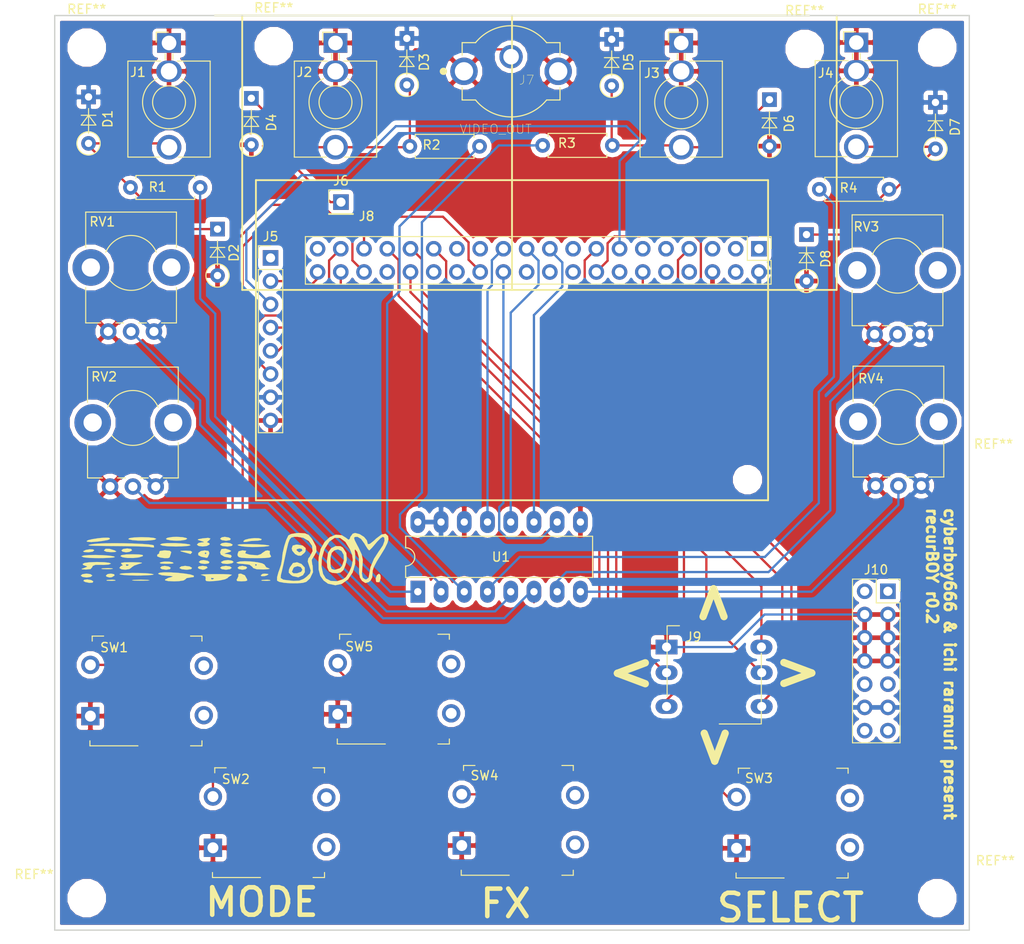
<source format=kicad_pcb>
(kicad_pcb (version 4) (host pcbnew 4.0.7)
  (title_block (title converge_proto) (company "cyberboy666 & user43368831") (comment 1 "by tim caldwell"))
  (layers (0 F.Cu signal) (31 B.Cu signal) (34 B.Paste user) (35 F.Paste user) (36 B.SilkS user) (37 F.SilkS user) (38 B.Mask user) (39 F.Mask user) (44 Edge.Cuts user))
  (net 0 "")
  (net 1 +5V)
  (net 2 GND)
  (net 3 "Net-(D1-Pad2)")
  (net 4 "Net-(D3-Pad2)")
  (net 5 "Net-(D5-Pad2)")
  (net 6 "Net-(D7-Pad2)")
  (net 7 "Net-(J5-Pad1)")
  (net 8 DISPLAY_CS)
  (net 9 DISPLAY_DC)
  (net 10 DISPLAY_RST)
  (net 11 DISPLAY_SDA)
  (net 12 DISPLAY_SCL)
  (net 13 "Net-(J6-Pad1)")
  (net 14 "Net-(J8-Pad1)")
  (net 15 "Net-(J8-Pad4)")
  (net 16 "Net-(J8-Pad8)")
  (net 17 "Net-(J8-Pad9)")
  (net 18 "Net-(J8-Pad10)")
  (net 19 "Net-(J8-Pad11)")
  (net 20 "Net-(J8-Pad14)")
  (net 21 "Net-(J8-Pad17)")
  (net 22 "Net-(J8-Pad20)")
  (net 23 "Net-(J8-Pad25)")
  (net 24 "Net-(J8-Pad27)")
  (net 25 "Net-(J8-Pad28)")
  (net 26 "Net-(J8-Pad30)")
  (net 27 "Net-(J8-Pad34)")
  (net 28 D_OUT)
  (net 29 CS)
  (net 30 D_IN)
  (net 31 "Net-(J8-Pad39)")
  (net 32 CLK)
  (net 33 A_IN_0)
  (net 34 A_IN_1)
  (net 35 A_IN_2)
  (net 36 A_IN_3)
  (net 37 A_IN_4)
  (net 38 A_IN_5)
  (net 39 A_IN_6)
  (net 40 A_IN_7)
  (net 41 "Net-(SW1-Pad3)")
  (net 42 "Net-(SW1-Pad4)")
  (net 43 "Net-(SW2-Pad3)")
  (net 44 "Net-(SW2-Pad4)")
  (net 45 "Net-(SW3-Pad3)")
  (net 46 "Net-(SW3-Pad4)")
  (net 47 "Net-(SW4-Pad3)")
  (net 48 "Net-(SW4-Pad4)")
  (net 49 "Net-(J8-Pad3)")
  (net 50 "Net-(J8-Pad5)")
  (net 51 BUTTON_NAV_IN_C)
  (net 52 BUTTON_NAV_IN_A)
  (net 53 BUTTON_NAV_IN_B)
  (net 54 BUTTON_IN_5)
  (net 55 BUTTON_IN_2)
  (net 56 BUTTON_IN_1)
  (net 57 BUTTON_NAV_IN_D)
  (net 58 BUTTON_NAV_IN_E)
  (net 59 BUTTON_IN_3)
  (net 60 BUTTON_IN_4)
  (net 61 "Net-(J10-Pad1)")
  (net 62 "Net-(J10-Pad2)")
  (net 63 "Net-(J10-Pad9)")
  (net 64 "Net-(J10-Pad10)")
  (net 65 "Net-(J10-Pad13)")
  (net 66 "Net-(J10-Pad14)")
  (net 67 "Net-(SW5-Pad4)")
  (net 68 "Net-(SW5-Pad3)")
  (net 69 "Net-(J8-Pad18)")
  (net 70 "Net-(J8-Pad22)")
  (module Connections_Thonkiconn:Jack_3.5mm_QingPu_WQP-PJ398SM_Vertical_CircularHoles (layer F.Cu) (at 135.7 38)
    (fp_text reference J2 (at -3.4 3.2) (layer F.SilkS))
    (fp_text value CV_IN_1)
    (pad 3 thru_hole oval (at 0 3.1 180) (size 2.8 2.35) (drill 1.8) (layers *.Cu *.Mask) (net 2 GND))
    (pad 2 thru_hole rect (at 0 0 180) (size 2.6 2.15) (drill 1.6) (layers *.Cu *.Mask) (net 2 GND))
    (pad 1 thru_hole circle (at 0 11.4 180) (size 2.7 2.7) (drill 1.8) (layers *.Cu *.Mask) (net 4 "Net-(D3-Pad2)"))
  )
  (module Mounting_Holes:MountingHole_3.2mm_M3 (layer F.Cu) (at 187 38.65)
    (fp_text reference REF** (at 0 -4.2) (layer F.SilkS))
    (fp_text value MountingHole_3.2mm_M3)
    (pad 1 np_thru_hole circle (at 0 0) (size 3.2 3.2) (drill 3.2) (layers *.Cu *.Mask))
  )
  (module Mounting_Holes:MountingHole_3.2mm_M3 (layer F.Cu) (at 128.95 38.35)
    (fp_text reference REF** (at 0 -4.2) (layer F.SilkS))
    (fp_text value MountingHole_3.2mm_M3)
    (pad 1 np_thru_hole circle (at 0 0) (size 3.2 3.2) (drill 3.2) (layers *.Cu *.Mask))
  )
  (module Mounting_Holes:MountingHole_3.2mm_M3 (layer F.Cu) (at 108.5 38.5)
    (fp_text reference REF** (at 0 -4.2) (layer F.SilkS))
    (fp_text value MountingHole_3.2mm_M3)
    (pad 1 np_thru_hole circle (at 0 0) (size 3.2 3.2) (drill 3.2) (layers *.Cu *.Mask))
  )
  (module Mounting_Holes:MountingHole_3.2mm_M3 (layer F.Cu) (at 201.5 38.5)
    (fp_text reference REF** (at 0 -4.2) (layer F.SilkS))
    (fp_text value MountingHole_3.2mm_M3)
    (pad 1 np_thru_hole circle (at 0 0) (size 3.2 3.2) (drill 3.2) (layers *.Cu *.Mask))
  )
  (module Mounting_Holes:MountingHole_3.2mm_M3 (layer F.Cu) (at 201.5 131.5)
    (fp_text reference REF** (at 6.35 -4.1) (layer F.SilkS))
    (fp_text value MountingHole_3.2mm_M3)
    (pad 1 np_thru_hole circle (at 0 0) (size 3.2 3.2) (drill 3.2) (layers *.Cu *.Mask))
  )
  (module Mounting_Holes:MountingHole_3.2mm_M3 (layer F.Cu) (at 108.5 131.5)
    (fp_text reference REF** (at -5.75 -2.6) (layer F.SilkS))
    (fp_text value MountingHole_3.2mm_M3)
    (pad 1 np_thru_hole circle (at 0 0) (size 3.2 3.2) (drill 3.2) (layers *.Cu *.Mask))
  )
  (module Diodes_THT:D_DO-35_SOD27_P5.08mm_Vertical_KathodeUp (layer F.Cu) (at 108.7 43.9 270)
    (fp_text reference D1 (at 2.4 -2.1 270) (layer F.SilkS))
    (fp_text value BAT85)
    (pad 1 thru_hole rect (at 0 0 270) (size 1.6 1.6) (drill 0.8) (layers *.Cu *.Mask) (net 1 +5V))
    (pad 2 thru_hole oval (at 5.08 0 270) (size 1.6 1.6) (drill 0.8) (layers *.Cu *.Mask) (net 3 "Net-(D1-Pad2)"))
  )
  (module Diodes_THT:D_DO-35_SOD27_P5.08mm_Vertical_KathodeUp (layer F.Cu) (at 122.8 58.35 270)
    (fp_text reference D2 (at 2.6 -1.8 270) (layer F.SilkS))
    (fp_text value BAT85)
    (pad 1 thru_hole rect (at 0 0 270) (size 1.6 1.6) (drill 0.8) (layers *.Cu *.Mask) (net 3 "Net-(D1-Pad2)"))
    (pad 2 thru_hole oval (at 5.08 0 270) (size 1.6 1.6) (drill 0.8) (layers *.Cu *.Mask) (net 2 GND))
  )
  (module Diodes_THT:D_DO-35_SOD27_P5.08mm_Vertical_KathodeUp (layer F.Cu) (at 143.5 37.5 270)
    (fp_text reference D3 (at 2.6 -1.9 270) (layer F.SilkS))
    (fp_text value BAT85)
    (pad 1 thru_hole rect (at 0 0 270) (size 1.6 1.6) (drill 0.8) (layers *.Cu *.Mask) (net 1 +5V))
    (pad 2 thru_hole oval (at 5.08 0 270) (size 1.6 1.6) (drill 0.8) (layers *.Cu *.Mask) (net 4 "Net-(D3-Pad2)"))
  )
  (module Diodes_THT:D_DO-35_SOD27_P5.08mm_Vertical_KathodeUp (layer F.Cu) (at 126.5 44.05 270)
    (fp_text reference D4 (at 2.65 -2.2 270) (layer F.SilkS))
    (fp_text value BAT85)
    (pad 1 thru_hole rect (at 0 0 270) (size 1.6 1.6) (drill 0.8) (layers *.Cu *.Mask) (net 4 "Net-(D3-Pad2)"))
    (pad 2 thru_hole oval (at 5.08 0 270) (size 1.6 1.6) (drill 0.8) (layers *.Cu *.Mask) (net 2 GND))
  )
  (module Diodes_THT:D_DO-35_SOD27_P5.08mm_Vertical_KathodeUp (layer F.Cu) (at 165.9 37.6 270)
    (fp_text reference D5 (at 2.5 -1.85 270) (layer F.SilkS))
    (fp_text value BAT85)
    (pad 1 thru_hole rect (at 0 0 270) (size 1.6 1.6) (drill 0.8) (layers *.Cu *.Mask) (net 1 +5V))
    (pad 2 thru_hole oval (at 5.08 0 270) (size 1.6 1.6) (drill 0.8) (layers *.Cu *.Mask) (net 5 "Net-(D5-Pad2)"))
  )
  (module Diodes_THT:D_DO-35_SOD27_P5.08mm_Vertical_KathodeUp (layer F.Cu) (at 183.15 44.2 270)
    (fp_text reference D6 (at 2.6 -2.15 270) (layer F.SilkS))
    (fp_text value BAT85)
    (pad 1 thru_hole rect (at 0 0 270) (size 1.6 1.6) (drill 0.8) (layers *.Cu *.Mask) (net 5 "Net-(D5-Pad2)"))
    (pad 2 thru_hole oval (at 5.08 0 270) (size 1.6 1.6) (drill 0.8) (layers *.Cu *.Mask) (net 2 GND))
  )
  (module Diodes_THT:D_DO-35_SOD27_P5.08mm_Vertical_KathodeUp (layer F.Cu) (at 201.3 44.5 270)
    (fp_text reference D7 (at 2.7 -2.15 270) (layer F.SilkS))
    (fp_text value BAT85)
    (pad 1 thru_hole rect (at 0 0 270) (size 1.6 1.6) (drill 0.8) (layers *.Cu *.Mask) (net 1 +5V))
    (pad 2 thru_hole oval (at 5.08 0 270) (size 1.6 1.6) (drill 0.8) (layers *.Cu *.Mask) (net 6 "Net-(D7-Pad2)"))
  )
  (module Diodes_THT:D_DO-35_SOD27_P5.08mm_Vertical_KathodeUp (layer F.Cu) (at 187.2 58.95 270)
    (fp_text reference D8 (at 2.65 -2.1 270) (layer F.SilkS))
    (fp_text value BAT85)
    (pad 1 thru_hole rect (at 0 0 270) (size 1.6 1.6) (drill 0.8) (layers *.Cu *.Mask) (net 6 "Net-(D7-Pad2)"))
    (pad 2 thru_hole oval (at 5.08 0 270) (size 1.6 1.6) (drill 0.8) (layers *.Cu *.Mask) (net 2 GND))
  )
  (module Connections_Thonkiconn:Jack_3.5mm_QingPu_WQP-PJ398SM_Vertical_CircularHoles (layer F.Cu) (at 117.5 38)
    (fp_text reference J1 (at -3.4 3.2 180) (layer F.SilkS))
    (fp_text value CV_IN_0)
    (pad 3 thru_hole oval (at 0 3.1 180) (size 2.8 2.35) (drill 1.8) (layers *.Cu *.Mask) (net 2 GND))
    (pad 2 thru_hole rect (at 0 0 180) (size 2.6 2.15) (drill 1.6) (layers *.Cu *.Mask) (net 2 GND))
    (pad 1 thru_hole circle (at 0 11.4 180) (size 2.7 2.7) (drill 1.8) (layers *.Cu *.Mask) (net 3 "Net-(D1-Pad2)"))
  )
  (module Connections_Thonkiconn:Jack_3.5mm_QingPu_WQP-PJ398SM_Vertical_CircularHoles (layer F.Cu) (at 173.5 38)
    (fp_text reference J3 (at -3.2 3.3 180) (layer F.SilkS))
    (fp_text value CV_IN_2)
    (pad 3 thru_hole oval (at 0 3.1 180) (size 2.8 2.35) (drill 1.8) (layers *.Cu *.Mask) (net 2 GND))
    (pad 2 thru_hole rect (at 0 0 180) (size 2.6 2.15) (drill 1.6) (layers *.Cu *.Mask) (net 2 GND))
    (pad 1 thru_hole circle (at 0 11.4 180) (size 2.7 2.7) (drill 1.8) (layers *.Cu *.Mask) (net 5 "Net-(D5-Pad2)"))
  )
  (module Connections_Thonkiconn:Jack_3.5mm_QingPu_WQP-PJ398SM_Vertical_CircularHoles (layer F.Cu) (at 192.65 37.95)
    (fp_text reference J4 (at -3.35 3.35 180) (layer F.SilkS))
    (fp_text value CV_IN_3)
    (pad 3 thru_hole oval (at 0 3.1 180) (size 2.8 2.35) (drill 1.8) (layers *.Cu *.Mask) (net 2 GND))
    (pad 2 thru_hole rect (at 0 0 180) (size 2.6 2.15) (drill 1.6) (layers *.Cu *.Mask) (net 2 GND))
    (pad 1 thru_hole circle (at 0 11.4 180) (size 2.7 2.7) (drill 1.8) (layers *.Cu *.Mask) (net 6 "Net-(D7-Pad2)"))
  )
  (module Socket_Strips:Socket_Strip_Straight_1x08_Pitch2.54mm (layer F.Cu) (at 128.6 61.5)
    (fp_text reference J5 (at 0 -2.33) (layer F.SilkS))
    (fp_text value DISPLAY_1.8)
    (pad 1 thru_hole rect (at 0 0) (size 1.7 1.7) (drill 1) (layers *.Cu *.Mask) (net 7 "Net-(J5-Pad1)"))
    (pad 2 thru_hole oval (at 0 2.54) (size 1.7 1.7) (drill 1) (layers *.Cu *.Mask) (net 8 DISPLAY_CS))
    (pad 3 thru_hole oval (at 0 5.08) (size 1.7 1.7) (drill 1) (layers *.Cu *.Mask) (net 9 DISPLAY_DC))
    (pad 4 thru_hole oval (at 0 7.62) (size 1.7 1.7) (drill 1) (layers *.Cu *.Mask) (net 10 DISPLAY_RST))
    (pad 5 thru_hole oval (at 0 10.16) (size 1.7 1.7) (drill 1) (layers *.Cu *.Mask) (net 11 DISPLAY_SDA))
    (pad 6 thru_hole oval (at 0 12.7) (size 1.7 1.7) (drill 1) (layers *.Cu *.Mask) (net 12 DISPLAY_SCL))
    (pad 7 thru_hole oval (at 0 15.24) (size 1.7 1.7) (drill 1) (layers *.Cu *.Mask) (net 1 +5V))
    (pad 8 thru_hole oval (at 0 17.78) (size 1.7 1.7) (drill 1) (layers *.Cu *.Mask) (net 2 GND))
  )
  (module Pin_Headers:Pin_Header_Straight_1x01_Pitch2.54mm (layer F.Cu) (at 136.3 55.4)
    (fp_text reference J6 (at 0 -2.33) (layer F.SilkS))
    (fp_text value Conn_01x01)
    (pad 1 thru_hole rect (at 0 0) (size 1.7 1.7) (drill 1) (layers *.Cu *.Mask) (net 13 "Net-(J6-Pad1)"))
  )
  (module RCJ-024:CUI_RCJ-024 (layer F.Cu) (at 154.9 41.1)
    (fp_text reference J7 (at 1.7 0.95) (layer F.SilkS) (effects (font (size 1.00143 1.00143) (thickness 0.05))))
    (fp_text value VIDEO_OUT (at -1.67672 6.32154) (layer F.SilkS) (effects (font (size 1.00104 1.00104) (thickness 0.05))))
    (pad 1A thru_hole circle (at -5.15 0) (size 3 3) (drill 2) (layers *.Cu *.Mask) (net 2 GND))
    (pad 1B thru_hole circle (at 5.15 0) (size 3 3) (drill 2) (layers *.Cu *.Mask) (net 2 GND))
    (pad 2 thru_hole circle (at 0 -1.6) (size 2.55 2.55) (drill 1.7) (layers *.Cu *.Mask) (net 13 "Net-(J6-Pad1)"))
  )
  (module Pin_Headers:Pin_Header_Straight_2x20_Pitch2.54mm (layer F.Cu) (at 182 60.5 270)
    (fp_text reference J8 (at -3.55 42.9 360) (layer F.SilkS))
    (fp_text value Raspberry_Pi_2_3)
    (pad 1 thru_hole rect (at 0 0 270) (size 1.7 1.7) (drill 1) (layers *.Cu *.Mask) (net 14 "Net-(J8-Pad1)"))
    (pad 2 thru_hole oval (at 2.54 0 270) (size 1.7 1.7) (drill 1) (layers *.Cu *.Mask) (net 1 +5V))
    (pad 3 thru_hole oval (at 0 2.54 270) (size 1.7 1.7) (drill 1) (layers *.Cu *.Mask) (net 49 "Net-(J8-Pad3)"))
    (pad 4 thru_hole oval (at 2.54 2.54 270) (size 1.7 1.7) (drill 1) (layers *.Cu *.Mask) (net 15 "Net-(J8-Pad4)"))
    (pad 5 thru_hole oval (at 0 5.08 270) (size 1.7 1.7) (drill 1) (layers *.Cu *.Mask) (net 50 "Net-(J8-Pad5)"))
    (pad 6 thru_hole oval (at 2.54 5.08 270) (size 1.7 1.7) (drill 1) (layers *.Cu *.Mask) (net 2 GND))
    (pad 7 thru_hole oval (at 0 7.62 270) (size 1.7 1.7) (drill 1) (layers *.Cu *.Mask) (net 51 BUTTON_NAV_IN_C))
    (pad 8 thru_hole oval (at 2.54 7.62 270) (size 1.7 1.7) (drill 1) (layers *.Cu *.Mask) (net 16 "Net-(J8-Pad8)"))
    (pad 9 thru_hole oval (at 0 10.16 270) (size 1.7 1.7) (drill 1) (layers *.Cu *.Mask) (net 17 "Net-(J8-Pad9)"))
    (pad 10 thru_hole oval (at 2.54 10.16 270) (size 1.7 1.7) (drill 1) (layers *.Cu *.Mask) (net 18 "Net-(J8-Pad10)"))
    (pad 11 thru_hole oval (at 0 12.7 270) (size 1.7 1.7) (drill 1) (layers *.Cu *.Mask) (net 19 "Net-(J8-Pad11)"))
    (pad 12 thru_hole oval (at 2.54 12.7 270) (size 1.7 1.7) (drill 1) (layers *.Cu *.Mask) (net 52 BUTTON_NAV_IN_A))
    (pad 13 thru_hole oval (at 0 15.24 270) (size 1.7 1.7) (drill 1) (layers *.Cu *.Mask) (net 9 DISPLAY_DC))
    (pad 14 thru_hole oval (at 2.54 15.24 270) (size 1.7 1.7) (drill 1) (layers *.Cu *.Mask) (net 20 "Net-(J8-Pad14)"))
    (pad 15 thru_hole oval (at 0 17.78 270) (size 1.7 1.7) (drill 1) (layers *.Cu *.Mask) (net 53 BUTTON_NAV_IN_B))
    (pad 16 thru_hole oval (at 2.54 17.78 270) (size 1.7 1.7) (drill 1) (layers *.Cu *.Mask) (net 54 BUTTON_IN_5))
    (pad 17 thru_hole oval (at 0 20.32 270) (size 1.7 1.7) (drill 1) (layers *.Cu *.Mask) (net 21 "Net-(J8-Pad17)"))
    (pad 18 thru_hole oval (at 2.54 20.32 270) (size 1.7 1.7) (drill 1) (layers *.Cu *.Mask) (net 69 "Net-(J8-Pad18)"))
    (pad 19 thru_hole oval (at 0 22.86 270) (size 1.7 1.7) (drill 1) (layers *.Cu *.Mask) (net 30 D_IN))
    (pad 20 thru_hole oval (at 2.54 22.86 270) (size 1.7 1.7) (drill 1) (layers *.Cu *.Mask) (net 22 "Net-(J8-Pad20)"))
    (pad 21 thru_hole oval (at 0 25.4 270) (size 1.7 1.7) (drill 1) (layers *.Cu *.Mask) (net 28 D_OUT))
    (pad 22 thru_hole oval (at 2.54 25.4 270) (size 1.7 1.7) (drill 1) (layers *.Cu *.Mask) (net 70 "Net-(J8-Pad22)"))
    (pad 23 thru_hole oval (at 0 27.94 270) (size 1.7 1.7) (drill 1) (layers *.Cu *.Mask) (net 32 CLK))
    (pad 24 thru_hole oval (at 2.54 27.94 270) (size 1.7 1.7) (drill 1) (layers *.Cu *.Mask) (net 29 CS))
    (pad 25 thru_hole oval (at 0 30.48 270) (size 1.7 1.7) (drill 1) (layers *.Cu *.Mask) (net 23 "Net-(J8-Pad25)"))
    (pad 26 thru_hole oval (at 2.54 30.48 270) (size 1.7 1.7) (drill 1) (layers *.Cu *.Mask) (net 56 BUTTON_IN_1))
    (pad 27 thru_hole oval (at 0 33.02 270) (size 1.7 1.7) (drill 1) (layers *.Cu *.Mask) (net 24 "Net-(J8-Pad27)"))
    (pad 28 thru_hole oval (at 2.54 33.02 270) (size 1.7 1.7) (drill 1) (layers *.Cu *.Mask) (net 25 "Net-(J8-Pad28)"))
    (pad 29 thru_hole oval (at 0 35.56 270) (size 1.7 1.7) (drill 1) (layers *.Cu *.Mask) (net 57 BUTTON_NAV_IN_D))
    (pad 30 thru_hole oval (at 2.54 35.56 270) (size 1.7 1.7) (drill 1) (layers *.Cu *.Mask) (net 26 "Net-(J8-Pad30)"))
    (pad 31 thru_hole oval (at 0 38.1 270) (size 1.7 1.7) (drill 1) (layers *.Cu *.Mask) (net 58 BUTTON_NAV_IN_E))
    (pad 32 thru_hole oval (at 2.54 38.1 270) (size 1.7 1.7) (drill 1) (layers *.Cu *.Mask) (net 59 BUTTON_IN_3))
    (pad 33 thru_hole oval (at 0 40.64 270) (size 1.7 1.7) (drill 1) (layers *.Cu *.Mask) (net 60 BUTTON_IN_4))
    (pad 34 thru_hole oval (at 2.54 40.64 270) (size 1.7 1.7) (drill 1) (layers *.Cu *.Mask) (net 27 "Net-(J8-Pad34)"))
    (pad 35 thru_hole oval (at 0 43.18 270) (size 1.7 1.7) (drill 1) (layers *.Cu *.Mask) (net 55 BUTTON_IN_2))
    (pad 36 thru_hole oval (at 2.54 43.18 270) (size 1.7 1.7) (drill 1) (layers *.Cu *.Mask) (net 8 DISPLAY_CS))
    (pad 37 thru_hole oval (at 0 45.72 270) (size 1.7 1.7) (drill 1) (layers *.Cu *.Mask) (net 10 DISPLAY_RST))
    (pad 38 thru_hole oval (at 2.54 45.72 270) (size 1.7 1.7) (drill 1) (layers *.Cu *.Mask) (net 11 DISPLAY_SDA))
    (pad 39 thru_hole oval (at 0 48.26 270) (size 1.7 1.7) (drill 1) (layers *.Cu *.Mask) (net 31 "Net-(J8-Pad39)"))
    (pad 40 thru_hole oval (at 2.54 48.26 270) (size 1.7 1.7) (drill 1) (layers *.Cu *.Mask) (net 12 DISPLAY_SCL))
  )
  (module custom_new:BUT_5_WAY (layer F.Cu) (at 171.9 104.05)
    (fp_text reference J9 (at 2.95 -1.1) (layer F.SilkS))
    (fp_text value BUTTON_NAV)
    (pad 1 thru_hole rect (at 0 0) (size 2.4 1.6) (drill 1) (layers *.Cu *.Mask) (net 2 GND))
    (pad 6 thru_hole oval (at 10.4 6.5) (size 2.4 1.6) (drill 1) (layers *.Cu *.Mask) (net 51 BUTTON_NAV_IN_C))
    (pad 2 thru_hole oval (at 0 2.8) (size 2.4 1.6) (drill 1) (layers *.Cu *.Mask) (net 58 BUTTON_NAV_IN_E))
    (pad 5 thru_hole oval (at 10.4 2.8) (size 2.4 1.6) (drill 1) (layers *.Cu *.Mask) (net 53 BUTTON_NAV_IN_B))
    (pad 3 thru_hole oval (at 0 6.5) (size 2.4 1.6) (drill 1) (layers *.Cu *.Mask) (net 57 BUTTON_NAV_IN_D))
    (pad 4 thru_hole oval (at 10.37 0) (size 2.4 1.6) (drill 1) (layers *.Cu *.Mask) (net 52 BUTTON_NAV_IN_A))
  )
  (module Resistors_THT:R_Axial_DIN0207_L6.3mm_D2.5mm_P7.62mm_Horizontal (layer F.Cu) (at 120.9 53.8 180)
    (fp_text reference R1 (at 4.65 0.05 180) (layer F.SilkS))
    (fp_text value 1K)
    (pad 1 thru_hole circle (at 0 0 180) (size 1.6 1.6) (drill 0.8) (layers *.Cu *.Mask) (net 33 A_IN_0))
    (pad 2 thru_hole oval (at 7.62 0 180) (size 1.6 1.6) (drill 0.8) (layers *.Cu *.Mask) (net 3 "Net-(D1-Pad2)"))
  )
  (module Resistors_THT:R_Axial_DIN0207_L6.3mm_D2.5mm_P7.62mm_Horizontal (layer F.Cu) (at 151.45 49.3 180)
    (fp_text reference R2 (at 5.25 0.15 180) (layer F.SilkS))
    (fp_text value 1K)
    (pad 1 thru_hole circle (at 0 0 180) (size 1.6 1.6) (drill 0.8) (layers *.Cu *.Mask) (net 34 A_IN_1))
    (pad 2 thru_hole oval (at 7.62 0 180) (size 1.6 1.6) (drill 0.8) (layers *.Cu *.Mask) (net 4 "Net-(D3-Pad2)"))
  )
  (module Resistors_THT:R_Axial_DIN0207_L6.3mm_D2.5mm_P7.62mm_Horizontal (layer F.Cu) (at 158.35 49.2)
    (fp_text reference R3 (at 2.65 -0.25) (layer F.SilkS))
    (fp_text value 1K)
    (pad 1 thru_hole circle (at 0 0) (size 1.6 1.6) (drill 0.8) (layers *.Cu *.Mask) (net 35 A_IN_2))
    (pad 2 thru_hole oval (at 7.62 0) (size 1.6 1.6) (drill 0.8) (layers *.Cu *.Mask) (net 5 "Net-(D5-Pad2)"))
  )
  (module Resistors_THT:R_Axial_DIN0207_L6.3mm_D2.5mm_P7.62mm_Horizontal (layer F.Cu) (at 188.6 54)
    (fp_text reference R4 (at 3.2 -0.15) (layer F.SilkS))
    (fp_text value 1K)
    (pad 1 thru_hole circle (at 0 0) (size 1.6 1.6) (drill 0.8) (layers *.Cu *.Mask) (net 36 A_IN_3))
    (pad 2 thru_hole oval (at 7.62 0) (size 1.6 1.6) (drill 0.8) (layers *.Cu *.Mask) (net 6 "Net-(D7-Pad2)"))
  )
  (module Potentiometers:Potentiometer_Alps_RK09K_Horizontal (layer F.Cu) (at 115.85 69.55 90)
    (fp_text reference RV1 (at 12 -5.65 180) (layer F.SilkS))
    (fp_text value POT_IN_0)
    (pad 3 thru_hole circle (at 0 -5 90) (size 1.8 1.8) (drill 1) (layers *.Cu *.Mask) (net 2 GND))
    (pad 2 thru_hole circle (at 0 -2.5 90) (size 1.8 1.8) (drill 1) (layers *.Cu *.Mask) (net 37 A_IN_4))
    (pad 1 thru_hole circle (at 0 0 90) (size 1.8 1.8) (drill 1) (layers *.Cu *.Mask) (net 1 +5V))
    (pad 0 np_thru_hole circle (at 7 -6.9 90) (size 4 4) (drill 2) (layers *.Cu *.Mask))
    (pad 0 np_thru_hole circle (at 7 1.9 90) (size 4 4) (drill 2) (layers *.Cu *.Mask))
  )
  (module Potentiometers:Potentiometer_Alps_RK09K_Horizontal (layer F.Cu) (at 116.05 86.5 90)
    (fp_text reference RV2 (at 12 -5.65 180) (layer F.SilkS))
    (fp_text value POT_IN_1)
    (pad 3 thru_hole circle (at 0 -5 90) (size 1.8 1.8) (drill 1) (layers *.Cu *.Mask) (net 2 GND))
    (pad 2 thru_hole circle (at 0 -2.5 90) (size 1.8 1.8) (drill 1) (layers *.Cu *.Mask) (net 38 A_IN_5))
    (pad 1 thru_hole circle (at 0 0 90) (size 1.8 1.8) (drill 1) (layers *.Cu *.Mask) (net 1 +5V))
    (pad 0 np_thru_hole circle (at 7 -6.9 90) (size 4 4) (drill 2) (layers *.Cu *.Mask))
    (pad 0 np_thru_hole circle (at 7 1.9 90) (size 4 4) (drill 2) (layers *.Cu *.Mask))
  )
  (module Potentiometers:Potentiometer_Alps_RK09K_Horizontal (layer F.Cu) (at 199.65 69.85 90)
    (fp_text reference RV3 (at 11.75 -5.9 180) (layer F.SilkS))
    (fp_text value POT_IN_2)
    (pad 3 thru_hole circle (at 0 -5 90) (size 1.8 1.8) (drill 1) (layers *.Cu *.Mask) (net 2 GND))
    (pad 2 thru_hole circle (at 0 -2.5 90) (size 1.8 1.8) (drill 1) (layers *.Cu *.Mask) (net 39 A_IN_6))
    (pad 1 thru_hole circle (at 0 0 90) (size 1.8 1.8) (drill 1) (layers *.Cu *.Mask) (net 1 +5V))
    (pad 0 np_thru_hole circle (at 7 -6.9 90) (size 4 4) (drill 2) (layers *.Cu *.Mask))
    (pad 0 np_thru_hole circle (at 7 1.9 90) (size 4 4) (drill 2) (layers *.Cu *.Mask))
  )
  (module Potentiometers:Potentiometer_Alps_RK09K_Horizontal (layer F.Cu) (at 199.75 86.4 90)
    (fp_text reference RV4 (at 11.7 -5.5 180) (layer F.SilkS))
    (fp_text value POT_IN_3)
    (pad 3 thru_hole circle (at 0 -5 90) (size 1.8 1.8) (drill 1) (layers *.Cu *.Mask) (net 2 GND))
    (pad 2 thru_hole circle (at 0 -2.5 90) (size 1.8 1.8) (drill 1) (layers *.Cu *.Mask) (net 40 A_IN_7))
    (pad 1 thru_hole circle (at 0 0 90) (size 1.8 1.8) (drill 1) (layers *.Cu *.Mask) (net 1 +5V))
    (pad 0 np_thru_hole circle (at 7 -6.9 90) (size 4 4) (drill 2) (layers *.Cu *.Mask))
    (pad 0 np_thru_hole circle (at 7 1.9 90) (size 4 4) (drill 2) (layers *.Cu *.Mask))
  )
  (module Housings_DIP:DIP-16_W7.62mm_LongPads (layer F.Cu) (at 144.7 98 90)
    (fp_text reference U1 (at 3.8 9.1 180) (layer F.SilkS))
    (fp_text value MCP3208)
    (pad 1 thru_hole rect (at 0 0 90) (size 2.4 1.6) (drill 0.8) (layers *.Cu *.Mask) (net 33 A_IN_0))
    (pad 9 thru_hole oval (at 7.62 17.78 90) (size 2.4 1.6) (drill 0.8) (layers *.Cu *.Mask) (net 2 GND))
    (pad 2 thru_hole oval (at 0 2.54 90) (size 2.4 1.6) (drill 0.8) (layers *.Cu *.Mask) (net 34 A_IN_1))
    (pad 10 thru_hole oval (at 7.62 15.24 90) (size 2.4 1.6) (drill 0.8) (layers *.Cu *.Mask) (net 29 CS))
    (pad 3 thru_hole oval (at 0 5.08 90) (size 2.4 1.6) (drill 0.8) (layers *.Cu *.Mask) (net 35 A_IN_2))
    (pad 11 thru_hole oval (at 7.62 12.7 90) (size 2.4 1.6) (drill 0.8) (layers *.Cu *.Mask) (net 30 D_IN))
    (pad 4 thru_hole oval (at 0 7.62 90) (size 2.4 1.6) (drill 0.8) (layers *.Cu *.Mask) (net 36 A_IN_3))
    (pad 12 thru_hole oval (at 7.62 10.16 90) (size 2.4 1.6) (drill 0.8) (layers *.Cu *.Mask) (net 28 D_OUT))
    (pad 5 thru_hole oval (at 0 10.16 90) (size 2.4 1.6) (drill 0.8) (layers *.Cu *.Mask) (net 37 A_IN_4))
    (pad 13 thru_hole oval (at 7.62 7.62 90) (size 2.4 1.6) (drill 0.8) (layers *.Cu *.Mask) (net 32 CLK))
    (pad 6 thru_hole oval (at 0 12.7 90) (size 2.4 1.6) (drill 0.8) (layers *.Cu *.Mask) (net 38 A_IN_5))
    (pad 14 thru_hole oval (at 7.62 5.08 90) (size 2.4 1.6) (drill 0.8) (layers *.Cu *.Mask) (net 2 GND))
    (pad 7 thru_hole oval (at 0 15.24 90) (size 2.4 1.6) (drill 0.8) (layers *.Cu *.Mask) (net 39 A_IN_6))
    (pad 15 thru_hole oval (at 7.62 2.54 90) (size 2.4 1.6) (drill 0.8) (layers *.Cu *.Mask) (net 1 +5V))
    (pad 8 thru_hole oval (at 0 17.78 90) (size 2.4 1.6) (drill 0.8) (layers *.Cu *.Mask) (net 40 A_IN_7))
    (pad 16 thru_hole oval (at 7.62 0 90) (size 2.4 1.6) (drill 0.8) (layers *.Cu *.Mask) (net 1 +5V))
  )
  (module Socket_Strips:Socket_Strip_Straight_2x07_Pitch2.54mm (layer F.Cu) (at 196.1 97.95)
    (fp_text reference J10 (at -1.3 -2.35) (layer F.SilkS))
    (fp_text value EURO_POWER)
    (pad 1 thru_hole rect (at 0 0) (size 1.7 1.7) (drill 1) (layers *.Cu *.Mask) (net 61 "Net-(J10-Pad1)"))
    (pad 2 thru_hole oval (at -2.54 0) (size 1.7 1.7) (drill 1) (layers *.Cu *.Mask) (net 62 "Net-(J10-Pad2)"))
    (pad 3 thru_hole oval (at 0 2.54) (size 1.7 1.7) (drill 1) (layers *.Cu *.Mask) (net 2 GND))
    (pad 4 thru_hole oval (at -2.54 2.54) (size 1.7 1.7) (drill 1) (layers *.Cu *.Mask) (net 2 GND))
    (pad 5 thru_hole oval (at 0 5.08) (size 1.7 1.7) (drill 1) (layers *.Cu *.Mask) (net 2 GND))
    (pad 6 thru_hole oval (at -2.54 5.08) (size 1.7 1.7) (drill 1) (layers *.Cu *.Mask) (net 2 GND))
    (pad 7 thru_hole oval (at 0 7.62) (size 1.7 1.7) (drill 1) (layers *.Cu *.Mask) (net 2 GND))
    (pad 8 thru_hole oval (at -2.54 7.62) (size 1.7 1.7) (drill 1) (layers *.Cu *.Mask) (net 2 GND))
    (pad 9 thru_hole oval (at 0 10.16) (size 1.7 1.7) (drill 1) (layers *.Cu *.Mask) (net 63 "Net-(J10-Pad9)"))
    (pad 10 thru_hole oval (at -2.54 10.16) (size 1.7 1.7) (drill 1) (layers *.Cu *.Mask) (net 64 "Net-(J10-Pad10)"))
    (pad 11 thru_hole oval (at 0 12.7) (size 1.7 1.7) (drill 1) (layers *.Cu *.Mask) (net 1 +5V))
    (pad 12 thru_hole oval (at -2.54 12.7) (size 1.7 1.7) (drill 1) (layers *.Cu *.Mask) (net 1 +5V))
    (pad 13 thru_hole oval (at 0 15.24) (size 1.7 1.7) (drill 1) (layers *.Cu *.Mask) (net 65 "Net-(J10-Pad13)"))
    (pad 14 thru_hole oval (at -2.54 15.24) (size 1.7 1.7) (drill 1) (layers *.Cu *.Mask) (net 66 "Net-(J10-Pad14)"))
  )
  (module Mounting_Holes:MountingHole_2.2mm_M2 (layer F.Cu) (at 180.4 85.35)
    (fp_text reference REF** (at 27.25 -3.5) (layer F.SilkS))
    (fp_text value MountingHole_3.2mm_M3)
    (pad 1 np_thru_hole circle (at 0 0) (size 2.2 2.2) (drill 2.2) (layers *.Cu *.Mask))
  )
  (module promicro:SW_TAC_12mm (layer F.Cu) (at 108.3 113.4 90)
    (fp_text reference SW1 (at 9.3 3.2 180) (layer F.SilkS))
    (fp_text value BUTTON_1)
    (pad 2 thru_hole circle (at 7.4 0.6 180) (size 2 2) (drill 1.2) (layers *.Cu *.Mask) (net 56 BUTTON_IN_1))
    (pad 4 thru_hole circle (at 7.3 13 180) (size 2 2) (drill 1.2) (layers *.Cu *.Mask) (net 42 "Net-(SW1-Pad4)"))
    (pad 1 thru_hole rect (at 1.8 0.6 180) (size 2 2) (drill 1.2) (layers *.Cu *.Mask) (net 2 GND))
    (pad 3 thru_hole circle (at 1.9 13 180) (size 2 2) (drill 1.2) (layers *.Cu *.Mask) (net 41 "Net-(SW1-Pad3)"))
  )
  (module promicro:SW_TAC_12mm (layer F.Cu) (at 121.7 127.8 90)
    (fp_text reference SW2 (at 9.3 3.1 180) (layer F.SilkS))
    (fp_text value BUTTON_2)
    (pad 2 thru_hole circle (at 7.4 0.6 180) (size 2 2) (drill 1.2) (layers *.Cu *.Mask) (net 55 BUTTON_IN_2))
    (pad 4 thru_hole circle (at 7.3 13 180) (size 2 2) (drill 1.2) (layers *.Cu *.Mask) (net 44 "Net-(SW2-Pad4)"))
    (pad 1 thru_hole rect (at 1.8 0.6 180) (size 2 2) (drill 1.2) (layers *.Cu *.Mask) (net 2 GND))
    (pad 3 thru_hole circle (at 1.9 13 180) (size 2 2) (drill 1.2) (layers *.Cu *.Mask) (net 43 "Net-(SW2-Pad3)"))
  )
  (module promicro:SW_TAC_12mm (layer F.Cu) (at 178.95 127.85 90)
    (fp_text reference SW3 (at 9.45 3.05 180) (layer F.SilkS))
    (fp_text value BUTTON_3)
    (pad 2 thru_hole circle (at 7.4 0.6 180) (size 2 2) (drill 1.2) (layers *.Cu *.Mask) (net 59 BUTTON_IN_3))
    (pad 4 thru_hole circle (at 7.3 13 180) (size 2 2) (drill 1.2) (layers *.Cu *.Mask) (net 46 "Net-(SW3-Pad4)"))
    (pad 1 thru_hole rect (at 1.8 0.6 180) (size 2 2) (drill 1.2) (layers *.Cu *.Mask) (net 2 GND))
    (pad 3 thru_hole circle (at 1.9 13 180) (size 2 2) (drill 1.2) (layers *.Cu *.Mask) (net 45 "Net-(SW3-Pad3)"))
  )
  (module promicro:SW_TAC_12mm (layer F.Cu) (at 148.9 127.55 90)
    (fp_text reference SW4 (at 9.45 3.1 180) (layer F.SilkS))
    (fp_text value BUTTON_4)
    (pad 2 thru_hole circle (at 7.4 0.6 180) (size 2 2) (drill 1.2) (layers *.Cu *.Mask) (net 60 BUTTON_IN_4))
    (pad 4 thru_hole circle (at 7.3 13 180) (size 2 2) (drill 1.2) (layers *.Cu *.Mask) (net 48 "Net-(SW4-Pad4)"))
    (pad 1 thru_hole rect (at 1.8 0.6 180) (size 2 2) (drill 1.2) (layers *.Cu *.Mask) (net 2 GND))
    (pad 3 thru_hole circle (at 1.9 13 180) (size 2 2) (drill 1.2) (layers *.Cu *.Mask) (net 47 "Net-(SW4-Pad3)"))
  )
  (module promicro:SW_TAC_12mm (layer F.Cu) (at 135.35 113.2 90)
    (fp_text reference SW5 (at 9.2 2.95 180) (layer F.SilkS))
    (fp_text value BUTTON_5)
    (pad 2 thru_hole circle (at 7.4 0.6 180) (size 2 2) (drill 1.2) (layers *.Cu *.Mask) (net 54 BUTTON_IN_5))
    (pad 4 thru_hole circle (at 7.3 13 180) (size 2 2) (drill 1.2) (layers *.Cu *.Mask) (net 67 "Net-(SW5-Pad4)"))
    (pad 1 thru_hole rect (at 1.8 0.6 180) (size 2 2) (drill 1.2) (layers *.Cu *.Mask) (net 2 GND))
    (pad 3 thru_hole circle (at 1.9 13 180) (size 2 2) (drill 1.2) (layers *.Cu *.Mask) (net 68 "Net-(SW5-Pad3)"))
  )
  (module custom_new:logo (layer F.Cu) (at 125.2 94.75)
    (fp_text reference G*** hide)
    (fp_text value LOGO hide)
  )
  (gr_text > (at 168.05 107.2 180) (layer F.SilkS) (effects (font (size 4 4) (thickness 0.8))))
  (gr_text > (at 186.25 106.6) (layer F.SilkS) (effects (font (size 4 4) (thickness 0.8))))
  (gr_text > (at 177.45 115 270) (layer F.SilkS) (effects (font (size 4 4) (thickness 0.8))))
  (gr_text MODE (at 127.65 131.95) (layer F.SilkS) (effects (font (size 3 3) (thickness 0.5))))
  (gr_text FX (at 154.3 132.1) (layer F.SilkS) (effects (font (size 3 3) (thickness 0.5))))
  (gr_text SELECT (at 185.45 132.55) (layer F.SilkS) (effects (font (size 3 3) (thickness 0.5))))
  (gr_text > (at 176.75 99.2 90) (layer F.SilkS) (effects (font (size 4 4) (thickness 0.8))))
  (gr_text "cyberboy666 & ichi raramuri present\nrecurBOY r0.2" (at 201.9 88.7 270) (layer F.SilkS) (effects (font (size 1.2 1.2) (thickness 0.3)) (justify left)))
  (gr_line (start 125.5 65) (end 158 65) (angle 90) (layer F.SilkS) (width 0.2))
  (gr_line (start 183 53) (end 155 53) (angle 90) (layer F.SilkS) (width 0.2))
  (gr_line (start 183 88) (end 183 53) (angle 90) (layer F.SilkS) (width 0.2))
  (gr_line (start 127 88) (end 183 88) (angle 90) (layer F.SilkS) (width 0.2))
  (gr_line (start 127 53) (end 127 88) (angle 90) (layer F.SilkS) (width 0.2))
  (gr_line (start 155 53) (end 127 53) (angle 90) (layer F.SilkS) (width 0.2))
  (gr_line (start 125.5 35) (end 125.5 65) (angle 90) (layer F.SilkS) (width 0.2))
  (gr_line (start 187.5 35) (end 122.5 35) (angle 90) (layer F.SilkS) (width 0.2))
  (gr_line (start 190.5 65) (end 190.5 35) (angle 90) (layer F.SilkS) (width 0.2))
  (gr_line (start 158 65) (end 190.5 65) (angle 90) (layer F.SilkS) (width 0.2))
  (gr_line (start 155 65) (end 155 35) (angle 90) (layer F.SilkS) (width 0.2))
  (gr_line (start 105 135) (end 105 35) (angle 90) (layer Edge.Cuts) (width 0.15))
  (gr_line (start 205 135) (end 105 135) (angle 90) (layer Edge.Cuts) (width 0.15))
  (gr_line (start 205 35) (end 205 135) (angle 90) (layer Edge.Cuts) (width 0.15))
  (gr_line (start 105 35) (end 205 35) (angle 90) (layer Edge.Cuts) (width 0.15))
  (segment (start 147.24 91.11) (end 147.24 90.38) (width 0.25) (layer B.Cu) (net 1))
  (segment (start 171.9 104.05) (end 179.05 104.05) (width 0.25) (layer B.Cu) (net 2))
  (segment (start 182.61 100.49) (end 193.56 100.49) (width 0.25) (layer B.Cu) (net 2))
  (segment (start 179.05 104.05) (end 182.61 100.49) (width 0.25) (layer B.Cu) (net 2))
  (segment (start 108.7 48.98) (end 117.08 48.98) (width 0.25) (layer F.Cu) (net 3))
  (segment (start 117.08 48.98) (end 117.5 49.4) (width 0.25) (layer F.Cu) (net 3))
  (segment (start 113.28 53.8) (end 113.28 53.62) (width 0.25) (layer F.Cu) (net 3))
  (segment (start 122.8 58.35) (end 117.83 58.35) (width 0.25) (layer F.Cu) (net 3))
  (segment (start 117.83 58.35) (end 113.28 53.8) (width 0.25) (layer F.Cu) (net 3))
  (segment (start 108.7 48.98) (end 108.7 49.22) (width 0.25) (layer F.Cu) (net 3))
  (segment (start 108.7 49.22) (end 113.28 53.8) (width 0.25) (layer F.Cu) (net 3))
  (segment (start 117.5 49.4) (end 117.5 49.58) (width 0.25) (layer F.Cu) (net 3))
  (segment (start 143.83 49.3) (end 143.83 42.91) (width 0.25) (layer F.Cu) (net 4))
  (segment (start 143.83 42.91) (end 143.5 42.58) (width 0.25) (layer F.Cu) (net 4))
  (segment (start 135.7 49.4) (end 143.73 49.4) (width 0.25) (layer F.Cu) (net 4))
  (segment (start 143.73 49.4) (end 143.83 49.3) (width 0.25) (layer F.Cu) (net 4))
  (segment (start 135.7 49.4) (end 131.85 49.4) (width 0.25) (layer F.Cu) (net 4))
  (segment (start 131.85 49.4) (end 126.5 44.05) (width 0.25) (layer F.Cu) (net 4))
  (segment (start 135.7 49.4) (end 135.7 49.6) (width 0.25) (layer F.Cu) (net 4))
  (segment (start 173.5 49.4) (end 177.95 49.4) (width 0.25) (layer F.Cu) (net 5))
  (segment (start 177.95 49.4) (end 183.15 44.2) (width 0.25) (layer F.Cu) (net 5))
  (segment (start 165.97 49.2) (end 173.3 49.2) (width 0.25) (layer F.Cu) (net 5))
  (segment (start 173.3 49.2) (end 173.5 49.4) (width 0.25) (layer F.Cu) (net 5))
  (segment (start 165.9 42.68) (end 165.9 49.13) (width 0.25) (layer F.Cu) (net 5))
  (segment (start 165.9 49.13) (end 165.97 49.2) (width 0.25) (layer F.Cu) (net 5))
  (segment (start 196.22 54) (end 196.88 54) (width 0.25) (layer F.Cu) (net 6))
  (segment (start 196.88 54) (end 201.3 49.58) (width 0.25) (layer F.Cu) (net 6))
  (segment (start 187.2 58.95) (end 191.27 58.95) (width 0.25) (layer F.Cu) (net 6))
  (segment (start 191.27 58.95) (end 196.22 54) (width 0.25) (layer F.Cu) (net 6))
  (segment (start 192.65 49.35) (end 192.65 50.43) (width 0.25) (layer F.Cu) (net 6))
  (segment (start 192.65 49.35) (end 201.07 49.35) (width 0.25) (layer F.Cu) (net 6))
  (segment (start 201.07 49.35) (end 201.3 49.58) (width 0.25) (layer F.Cu) (net 6))
  (segment (start 128.6 64.04) (end 129.91 64.04) (width 0.25) (layer F.Cu) (net 8))
  (segment (start 137.55 61.77) (end 138.82 63.04) (width 0.25) (layer F.Cu) (net 8))
  (segment (start 137.55 59.4) (end 137.55 61.77) (width 0.25) (layer F.Cu) (net 8))
  (segment (start 136.7 58.55) (end 137.55 59.4) (width 0.25) (layer F.Cu) (net 8))
  (segment (start 133.35 58.55) (end 136.7 58.55) (width 0.25) (layer F.Cu) (net 8))
  (segment (start 132.05 59.85) (end 133.35 58.55) (width 0.25) (layer F.Cu) (net 8))
  (segment (start 132.05 61.9) (end 132.05 59.85) (width 0.25) (layer F.Cu) (net 8))
  (segment (start 129.91 64.04) (end 132.05 61.9) (width 0.25) (layer F.Cu) (net 8))
  (segment (start 129.01 64.45) (end 128.6 64.04) (width 0.25) (layer B.Cu) (net 8))
  (segment (start 166.76 60.5) (end 166.76 50.89) (width 0.25) (layer B.Cu) (net 9))
  (segment (start 125.95 63.93) (end 128.6 66.58) (width 0.25) (layer B.Cu) (net 9))
  (segment (start 125.95 58.5) (end 125.95 63.93) (width 0.25) (layer B.Cu) (net 9))
  (segment (start 132 52.45) (end 125.95 58.5) (width 0.25) (layer B.Cu) (net 9))
  (segment (start 136.95 52.45) (end 132 52.45) (width 0.25) (layer B.Cu) (net 9))
  (segment (start 142.3 47.1) (end 136.95 52.45) (width 0.25) (layer B.Cu) (net 9))
  (segment (start 167.5 47.1) (end 142.3 47.1) (width 0.25) (layer B.Cu) (net 9))
  (segment (start 169 48.6) (end 167.5 47.1) (width 0.25) (layer B.Cu) (net 9))
  (segment (start 169.05 48.6) (end 169 48.6) (width 0.25) (layer B.Cu) (net 9))
  (segment (start 166.76 50.89) (end 169.05 48.6) (width 0.25) (layer B.Cu) (net 9))
  (segment (start 128.6 69.12) (end 130.08 69.12) (width 0.25) (layer F.Cu) (net 10))
  (segment (start 135 61.78) (end 136.28 60.5) (width 0.25) (layer F.Cu) (net 10))
  (segment (start 135 64.2) (end 135 61.78) (width 0.25) (layer F.Cu) (net 10))
  (segment (start 130.08 69.12) (end 135 64.2) (width 0.25) (layer F.Cu) (net 10))
  (segment (start 128.6 71.66) (end 129.44 71.66) (width 0.25) (layer F.Cu) (net 11))
  (segment (start 129.44 71.66) (end 136.28 64.82) (width 0.25) (layer F.Cu) (net 11))
  (segment (start 136.28 64.82) (end 136.28 63.04) (width 0.25) (layer F.Cu) (net 11))
  (segment (start 133.74 63.04) (end 133.74 63.76) (width 0.25) (layer F.Cu) (net 12))
  (segment (start 133.74 63.76) (end 129.7 67.8) (width 0.25) (layer F.Cu) (net 12))
  (segment (start 129.7 67.8) (end 127.95 67.8) (width 0.25) (layer F.Cu) (net 12))
  (segment (start 127.95 67.8) (end 126.8 68.95) (width 0.25) (layer F.Cu) (net 12))
  (segment (start 126.8 68.95) (end 126.8 72.4) (width 0.25) (layer F.Cu) (net 12))
  (segment (start 126.8 72.4) (end 128.6 74.2) (width 0.25) (layer F.Cu) (net 12))
  (segment (start 128.6 74.2) (end 128.6 73.75) (width 0.25) (layer B.Cu) (net 12))
  (segment (start 136.3 55.4) (end 135.15 55.4) (width 0.25) (layer F.Cu) (net 13))
  (segment (start 144.4 38.7) (end 154.1 38.7) (width 0.25) (layer F.Cu) (net 13))
  (segment (start 135.85 47.25) (end 144.4 38.7) (width 0.25) (layer F.Cu) (net 13))
  (segment (start 134.9 47.25) (end 135.85 47.25) (width 0.25) (layer F.Cu) (net 13))
  (segment (start 129.8 42.15) (end 134.9 47.25) (width 0.25) (layer F.Cu) (net 13))
  (segment (start 125.75 42.15) (end 129.8 42.15) (width 0.25) (layer F.Cu) (net 13))
  (segment (start 124 43.9) (end 125.75 42.15) (width 0.25) (layer F.Cu) (net 13))
  (segment (start 124 44.25) (end 124 43.9) (width 0.25) (layer F.Cu) (net 13))
  (segment (start 135.15 55.4) (end 124 44.25) (width 0.25) (layer F.Cu) (net 13))
  (segment (start 154.1 38.7) (end 154.9 39.5) (width 0.25) (layer F.Cu) (net 13))
  (segment (start 154.86 90.38) (end 154.86 67.49) (width 0.25) (layer B.Cu) (net 28))
  (segment (start 157.9 61.8) (end 156.6 60.5) (width 0.25) (layer B.Cu) (net 28))
  (segment (start 157.9 64.45) (end 157.9 61.8) (width 0.25) (layer B.Cu) (net 28))
  (segment (start 154.86 67.49) (end 157.9 64.45) (width 0.25) (layer B.Cu) (net 28))
  (segment (start 154.06 63.04) (end 154.06 88.29) (width 0.25) (layer B.Cu) (net 29))
  (segment (start 158.17 92.15) (end 159.94 90.38) (width 0.25) (layer B.Cu) (net 29))
  (segment (start 154.5 92.15) (end 158.17 92.15) (width 0.25) (layer B.Cu) (net 29))
  (segment (start 153.6 91.25) (end 154.5 92.15) (width 0.25) (layer B.Cu) (net 29))
  (segment (start 153.6 88.75) (end 153.6 91.25) (width 0.25) (layer B.Cu) (net 29))
  (segment (start 154.06 88.29) (end 153.6 88.75) (width 0.25) (layer B.Cu) (net 29))
  (segment (start 154.06 63.04) (end 154.01 63.04) (width 0.25) (layer B.Cu) (net 29))
  (segment (start 159.14 60.5) (end 159.14 60.64) (width 0.25) (layer B.Cu) (net 30))
  (segment (start 159.14 60.64) (end 160.5 62) (width 0.25) (layer B.Cu) (net 30))
  (segment (start 157.4 67.75) (end 157.4 90.38) (width 0.25) (layer B.Cu) (net 30))
  (segment (start 160.5 64.65) (end 157.4 67.75) (width 0.25) (layer B.Cu) (net 30))
  (segment (start 160.5 62) (end 160.5 64.65) (width 0.25) (layer B.Cu) (net 30))
  (segment (start 159.14 60.5) (end 159.2 60.5) (width 0.25) (layer B.Cu) (net 30))
  (segment (start 157.4 90.38) (end 157.4 90.6) (width 0.25) (layer F.Cu) (net 30))
  (segment (start 152.32 90.38) (end 152.32 64.98) (width 0.25) (layer B.Cu) (net 32))
  (segment (start 152.8 61.76) (end 154.06 60.5) (width 0.25) (layer B.Cu) (net 32))
  (segment (start 152.8 64.5) (end 152.8 61.76) (width 0.25) (layer B.Cu) (net 32))
  (segment (start 152.32 64.98) (end 152.8 64.5) (width 0.25) (layer B.Cu) (net 32))
  (segment (start 154.06 60.5) (end 154.45 60.5) (width 0.25) (layer B.Cu) (net 32))
  (segment (start 144.7 98) (end 141.7 98) (width 0.25) (layer B.Cu) (net 33))
  (segment (start 120.9 65.95) (end 120.9 53.8) (width 0.25) (layer B.Cu) (net 33))
  (segment (start 122.55 67.6) (end 120.9 65.95) (width 0.25) (layer B.Cu) (net 33))
  (segment (start 122.55 78.85) (end 122.55 67.6) (width 0.25) (layer B.Cu) (net 33))
  (segment (start 141.7 98) (end 122.55 78.85) (width 0.25) (layer B.Cu) (net 33))
  (segment (start 147.24 98) (end 147.24 97.24) (width 0.25) (layer B.Cu) (net 34))
  (segment (start 147.24 97.24) (end 141.35 91.35) (width 0.25) (layer B.Cu) (net 34))
  (segment (start 141.35 91.35) (end 141.35 66.5) (width 0.25) (layer B.Cu) (net 34))
  (segment (start 141.35 66.5) (end 142.7 65.15) (width 0.25) (layer B.Cu) (net 34))
  (segment (start 142.7 65.15) (end 142.7 58.05) (width 0.25) (layer B.Cu) (net 34))
  (segment (start 142.7 58.05) (end 151.45 49.3) (width 0.25) (layer B.Cu) (net 34))
  (segment (start 158.35 49.2) (end 153.55 49.2) (width 0.25) (layer B.Cu) (net 35))
  (segment (start 142.75 90.97) (end 149.78 98) (width 0.25) (layer B.Cu) (net 35))
  (segment (start 142.75 89.55) (end 142.75 90.97) (width 0.25) (layer B.Cu) (net 35))
  (segment (start 145.15 87.15) (end 142.75 89.55) (width 0.25) (layer B.Cu) (net 35))
  (segment (start 145.15 57.6) (end 145.15 87.15) (width 0.25) (layer B.Cu) (net 35))
  (segment (start 153.55 49.2) (end 145.15 57.6) (width 0.25) (layer B.Cu) (net 35))
  (segment (start 149.78 98) (end 149.78 96.87) (width 0.25) (layer B.Cu) (net 35))
  (segment (start 152.32 98) (end 152.32 97.73) (width 0.25) (layer B.Cu) (net 36))
  (segment (start 152.32 97.73) (end 155.85 94.2) (width 0.25) (layer B.Cu) (net 36))
  (segment (start 190.2 55.6) (end 188.6 54) (width 0.25) (layer B.Cu) (net 36))
  (segment (start 190.2 74.5) (end 190.2 55.6) (width 0.25) (layer B.Cu) (net 36))
  (segment (start 188.55 76.15) (end 190.2 74.5) (width 0.25) (layer B.Cu) (net 36))
  (segment (start 188.55 88.3) (end 188.55 76.15) (width 0.25) (layer B.Cu) (net 36))
  (segment (start 182.65 94.2) (end 188.55 88.3) (width 0.25) (layer B.Cu) (net 36))
  (segment (start 155.85 94.2) (end 182.65 94.2) (width 0.25) (layer B.Cu) (net 36))
  (segment (start 152.32 98) (end 152.32 97.78) (width 0.25) (layer B.Cu) (net 36))
  (segment (start 154.86 98) (end 154.86 98.44) (width 0.25) (layer B.Cu) (net 37))
  (segment (start 154.86 98.44) (end 153.15 100.15) (width 0.25) (layer B.Cu) (net 37))
  (segment (start 120.9 77.1) (end 113.35 69.55) (width 0.25) (layer B.Cu) (net 37))
  (segment (start 120.9 79.75) (end 120.9 77.1) (width 0.25) (layer B.Cu) (net 37))
  (segment (start 141.3 100.15) (end 120.9 79.75) (width 0.25) (layer B.Cu) (net 37))
  (segment (start 153.15 100.15) (end 141.3 100.15) (width 0.25) (layer B.Cu) (net 37))
  (segment (start 154.86 98) (end 154.86 97.71) (width 0.25) (layer F.Cu) (net 37))
  (segment (start 157.4 98) (end 157.05 98) (width 0.25) (layer B.Cu) (net 38))
  (segment (start 157.05 98) (end 154.15 100.9) (width 0.25) (layer B.Cu) (net 38))
  (segment (start 115.35 88.3) (end 113.55 86.5) (width 0.25) (layer B.Cu) (net 38))
  (segment (start 128.3 88.3) (end 115.35 88.3) (width 0.25) (layer B.Cu) (net 38))
  (segment (start 140.9 100.9) (end 128.3 88.3) (width 0.25) (layer B.Cu) (net 38))
  (segment (start 154.15 100.9) (end 140.9 100.9) (width 0.25) (layer B.Cu) (net 38))
  (segment (start 157.4 98) (end 157.4 99.15) (width 0.25) (layer F.Cu) (net 38))
  (segment (start 159.94 98) (end 159.94 96.86) (width 0.25) (layer B.Cu) (net 39))
  (segment (start 159.94 96.86) (end 160.95 95.85) (width 0.25) (layer B.Cu) (net 39))
  (segment (start 160.95 95.85) (end 183.05 95.85) (width 0.25) (layer B.Cu) (net 39))
  (segment (start 183.05 95.85) (end 189.8 89.1) (width 0.25) (layer B.Cu) (net 39))
  (segment (start 189.8 89.1) (end 189.8 77.2) (width 0.25) (layer B.Cu) (net 39))
  (segment (start 189.8 77.2) (end 197.15 69.85) (width 0.25) (layer B.Cu) (net 39))
  (segment (start 197.25 86.4) (end 197.25 88.5) (width 0.25) (layer B.Cu) (net 40))
  (segment (start 187.75 98) (end 162.48 98) (width 0.25) (layer B.Cu) (net 40))
  (segment (start 197.25 88.5) (end 187.75 98) (width 0.25) (layer B.Cu) (net 40))
  (segment (start 182.3 110.55) (end 182.3 110.15) (width 0.25) (layer F.Cu) (net 51))
  (segment (start 182.3 110.15) (end 184.55 107.9) (width 0.25) (layer F.Cu) (net 51))
  (segment (start 184.55 107.9) (end 184.55 96.65) (width 0.25) (layer F.Cu) (net 51))
  (segment (start 184.55 96.65) (end 173.5 85.6) (width 0.25) (layer F.Cu) (net 51))
  (segment (start 173.5 85.6) (end 173.5 65) (width 0.25) (layer F.Cu) (net 51))
  (segment (start 173.5 65) (end 173.15 64.65) (width 0.25) (layer F.Cu) (net 51))
  (segment (start 173.15 64.65) (end 173.15 61.73) (width 0.25) (layer F.Cu) (net 51))
  (segment (start 173.15 61.73) (end 174.38 60.5) (width 0.25) (layer F.Cu) (net 51))
  (segment (start 182.27 104.05) (end 182.27 97.42) (width 0.25) (layer F.Cu) (net 52))
  (segment (start 169.3 84.45) (end 169.3 63.04) (width 0.25) (layer F.Cu) (net 52))
  (segment (start 182.27 97.42) (end 169.3 84.45) (width 0.25) (layer F.Cu) (net 52))
  (segment (start 182.3 106.85) (end 182.2 106.85) (width 0.25) (layer F.Cu) (net 53))
  (segment (start 182.2 106.85) (end 176.25 100.9) (width 0.25) (layer F.Cu) (net 53))
  (segment (start 176.25 100.9) (end 176.25 94.05) (width 0.25) (layer F.Cu) (net 53))
  (segment (start 176.25 94.05) (end 162.95 80.75) (width 0.25) (layer F.Cu) (net 53))
  (segment (start 162.95 80.75) (end 162.95 61.77) (width 0.25) (layer F.Cu) (net 53))
  (segment (start 162.95 61.77) (end 164.22 60.5) (width 0.25) (layer F.Cu) (net 53))
  (segment (start 135.95 105.8) (end 135.95 106.5) (width 0.25) (layer F.Cu) (net 54))
  (segment (start 135.95 106.5) (end 147.05 117.6) (width 0.25) (layer F.Cu) (net 54))
  (segment (start 147.05 117.6) (end 147.05 120.8) (width 0.25) (layer F.Cu) (net 54))
  (segment (start 147.05 120.8) (end 148.8 122.55) (width 0.25) (layer F.Cu) (net 54))
  (segment (start 148.8 122.55) (end 180.35 122.55) (width 0.25) (layer F.Cu) (net 54))
  (segment (start 180.35 122.55) (end 185.55 117.35) (width 0.25) (layer F.Cu) (net 54))
  (segment (start 185.55 117.35) (end 185.55 94.95) (width 0.25) (layer F.Cu) (net 54))
  (segment (start 185.55 94.95) (end 175.3 84.7) (width 0.25) (layer F.Cu) (net 54))
  (segment (start 175.3 84.7) (end 175.3 65.15) (width 0.25) (layer F.Cu) (net 54))
  (segment (start 175.3 65.15) (end 175.65 64.8) (width 0.25) (layer F.Cu) (net 54))
  (segment (start 175.65 64.8) (end 175.65 59.8) (width 0.25) (layer F.Cu) (net 54))
  (segment (start 175.65 59.8) (end 174.85 59) (width 0.25) (layer F.Cu) (net 54))
  (segment (start 174.85 59) (end 169.1 59) (width 0.25) (layer F.Cu) (net 54))
  (segment (start 169.1 59) (end 168.95 59.15) (width 0.25) (layer F.Cu) (net 54))
  (segment (start 168.95 59.15) (end 166.2 59.15) (width 0.25) (layer F.Cu) (net 54))
  (segment (start 166.2 59.15) (end 165.45 59.9) (width 0.25) (layer F.Cu) (net 54))
  (segment (start 165.45 59.9) (end 165.45 61.81) (width 0.25) (layer F.Cu) (net 54))
  (segment (start 165.45 61.81) (end 164.22 63.04) (width 0.25) (layer F.Cu) (net 54))
  (segment (start 122.3 120.4) (end 122.3 112.9) (width 0.25) (layer F.Cu) (net 55))
  (segment (start 138.82 59.22) (end 138.82 60.5) (width 0.25) (layer F.Cu) (net 55))
  (segment (start 137.3 57.7) (end 138.82 59.22) (width 0.25) (layer F.Cu) (net 55))
  (segment (start 135.15 57.7) (end 137.3 57.7) (width 0.25) (layer F.Cu) (net 55))
  (segment (start 134 56.55) (end 135.15 57.7) (width 0.25) (layer F.Cu) (net 55))
  (segment (start 129.25 56.55) (end 134 56.55) (width 0.25) (layer F.Cu) (net 55))
  (segment (start 125.55 60.25) (end 129.25 56.55) (width 0.25) (layer F.Cu) (net 55))
  (segment (start 125.55 109.65) (end 125.55 60.25) (width 0.25) (layer F.Cu) (net 55))
  (segment (start 122.3 112.9) (end 125.55 109.65) (width 0.25) (layer F.Cu) (net 55))
  (segment (start 108.9 106) (end 113.1 106) (width 0.25) (layer F.Cu) (net 56))
  (segment (start 150.25 61.7) (end 150.25 59.8) (width 0.25) (layer F.Cu) (net 56))
  (segment (start 150.25 59.8) (end 147.45 57) (width 0.25) (layer F.Cu) (net 56))
  (segment (start 147.45 57) (end 135.5 57) (width 0.25) (layer F.Cu) (net 56))
  (segment (start 135.5 57) (end 134.2 55.7) (width 0.25) (layer F.Cu) (net 56))
  (segment (start 134.2 55.7) (end 128.75 55.7) (width 0.25) (layer F.Cu) (net 56))
  (segment (start 128.75 55.7) (end 124.45 60) (width 0.25) (layer F.Cu) (net 56))
  (segment (start 124.45 60) (end 124.45 94.65) (width 0.25) (layer F.Cu) (net 56))
  (segment (start 150.25 61.7) (end 151.52 62.97) (width 0.25) (layer F.Cu) (net 56))
  (segment (start 113.1 106) (end 124.45 94.65) (width 0.25) (layer F.Cu) (net 56))
  (segment (start 151.52 63.04) (end 151.52 62.97) (width 0.25) (layer F.Cu) (net 56))
  (segment (start 151.19 63.04) (end 151.52 63.04) (width 0.25) (layer B.Cu) (net 56))
  (segment (start 171.9 110.55) (end 171.9 109.85) (width 0.25) (layer F.Cu) (net 57))
  (segment (start 171.9 109.85) (end 173.8 107.95) (width 0.25) (layer F.Cu) (net 57))
  (segment (start 173.8 107.95) (end 173.8 92.6) (width 0.25) (layer F.Cu) (net 57))
  (segment (start 173.8 92.6) (end 147.8 66.6) (width 0.25) (layer F.Cu) (net 57))
  (segment (start 147.8 66.6) (end 147.8 61.86) (width 0.25) (layer F.Cu) (net 57))
  (segment (start 147.8 61.86) (end 146.44 60.5) (width 0.25) (layer F.Cu) (net 57))
  (segment (start 171.9 106.85) (end 171.75 106.85) (width 0.25) (layer F.Cu) (net 58))
  (segment (start 171.75 106.85) (end 166.4 101.5) (width 0.25) (layer F.Cu) (net 58))
  (segment (start 166.4 101.5) (end 166.4 86.4) (width 0.25) (layer F.Cu) (net 58))
  (segment (start 166.4 86.4) (end 145.15 65.15) (width 0.25) (layer F.Cu) (net 58))
  (segment (start 145.15 65.15) (end 145.15 61.65) (width 0.25) (layer F.Cu) (net 58))
  (segment (start 145.15 61.65) (end 144 60.5) (width 0.25) (layer F.Cu) (net 58))
  (segment (start 144 60.5) (end 143.9 60.5) (width 0.25) (layer F.Cu) (net 58))
  (segment (start 179.55 120.45) (end 178.6 120.45) (width 0.25) (layer F.Cu) (net 59))
  (segment (start 178.6 120.45) (end 169.6 111.45) (width 0.25) (layer F.Cu) (net 59))
  (segment (start 169.6 111.45) (end 169.6 106.45) (width 0.25) (layer F.Cu) (net 59))
  (segment (start 169.6 106.45) (end 165.5 102.35) (width 0.25) (layer F.Cu) (net 59))
  (segment (start 165.5 102.35) (end 165.5 86.85) (width 0.25) (layer F.Cu) (net 59))
  (segment (start 165.5 86.85) (end 143.9 65.25) (width 0.25) (layer F.Cu) (net 59))
  (segment (start 143.9 65.25) (end 143.9 63.04) (width 0.25) (layer F.Cu) (net 59))
  (segment (start 143.9 63.04) (end 143.9 62.5) (width 0.25) (layer B.Cu) (net 59))
  (segment (start 149.5 120.15) (end 156.4 120.15) (width 0.25) (layer F.Cu) (net 60))
  (segment (start 142.6 61.74) (end 141.36 60.5) (width 0.25) (layer F.Cu) (net 60))
  (segment (start 142.6 65.65) (end 142.6 61.74) (width 0.25) (layer F.Cu) (net 60))
  (segment (start 164.55 87.6) (end 142.6 65.65) (width 0.25) (layer F.Cu) (net 60))
  (segment (start 164.55 112) (end 164.55 87.6) (width 0.25) (layer F.Cu) (net 60))
  (segment (start 156.4 120.15) (end 164.55 112) (width 0.25) (layer F.Cu) (net 60))
  (segment (start 141.36 60.5) (end 141.36 60.71) (width 0.25) (layer F.Cu) (net 60))
  (segment (start 161.68 63.04) (end 161.68 63.07) (width 0.25) (layer B.Cu) (net 69))
  (segment (start 156.6 63.04) (end 156.6 63.75) (width 0.25) (layer B.Cu) (net 70))
  (zone (net 2) (net_name GND) (layer F.Cu) (connect_pads (clearance 0.508)) (min_thickness 0.254) (fill yes (arc_segments 16) (thermal_gap 0.508) (thermal_bridge_width 0.508))
    (polygon (pts (xy 205 135) (xy 105 135) (xy 105 35) (xy 155.05 35) (xy 205 34.95)))
  )
  (zone (net 1) (net_name +5V) (layer B.Cu) (connect_pads (clearance 0.508)) (min_thickness 0.254) (fill yes (arc_segments 16) (thermal_gap 0.508) (thermal_bridge_width 0.508))
    (polygon (pts (xy 205 35) (xy 205 135) (xy 105 135) (xy 105 35) (xy 105.049975 35) (xy 105.05 34.95)))
  )
)
</source>
